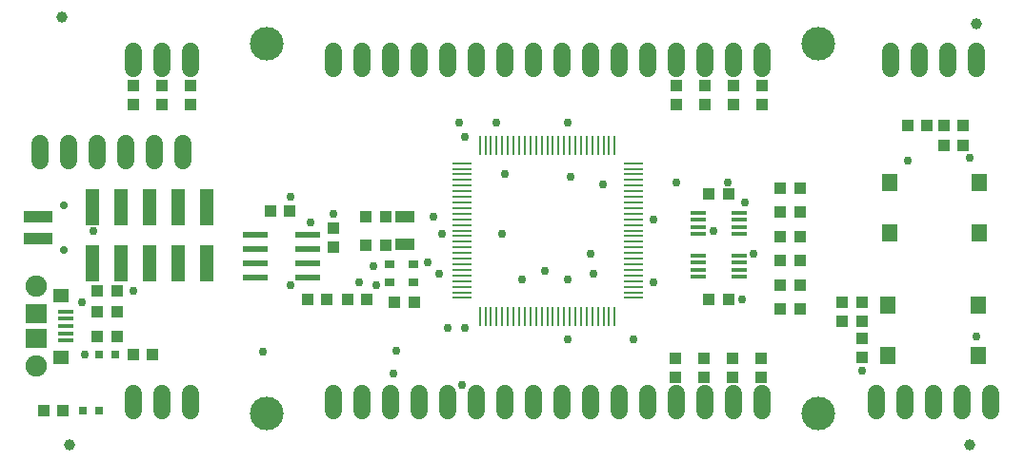
<source format=gts>
G75*
%MOIN*%
%OFA0B0*%
%FSLAX25Y25*%
%IPPOS*%
%LPD*%
%AMOC8*
5,1,8,0,0,1.08239X$1,22.5*
%
%ADD10R,0.06800X0.01100*%
%ADD11R,0.01100X0.06800*%
%ADD12R,0.08600X0.02200*%
%ADD13R,0.03937X0.04331*%
%ADD14R,0.04331X0.03937*%
%ADD15R,0.07087X0.03937*%
%ADD16R,0.03543X0.02559*%
%ADD17R,0.05512X0.06299*%
%ADD18R,0.09843X0.03937*%
%ADD19C,0.02756*%
%ADD20R,0.05000X0.12598*%
%ADD21R,0.05709X0.04528*%
%ADD22R,0.05512X0.01575*%
%ADD23R,0.07480X0.06890*%
%ADD24C,0.07480*%
%ADD25R,0.03150X0.03150*%
%ADD26C,0.11811*%
%ADD27C,0.06000*%
%ADD28R,0.05200X0.01400*%
%ADD29C,0.03937*%
%ADD30C,0.02953*%
D10*
X0211600Y0092978D03*
X0211600Y0094946D03*
X0211600Y0096915D03*
X0211600Y0098883D03*
X0211600Y0100852D03*
X0211600Y0102820D03*
X0211600Y0104789D03*
X0211600Y0106757D03*
X0211600Y0108726D03*
X0211600Y0110694D03*
X0211600Y0112663D03*
X0211600Y0114631D03*
X0211600Y0116600D03*
X0211600Y0118569D03*
X0211600Y0120537D03*
X0211600Y0122506D03*
X0211600Y0124474D03*
X0211600Y0126443D03*
X0211600Y0128411D03*
X0211600Y0130380D03*
X0211600Y0132348D03*
X0211600Y0134317D03*
X0211600Y0136285D03*
X0211600Y0138254D03*
X0211600Y0140222D03*
X0271600Y0140222D03*
X0271600Y0138254D03*
X0271600Y0136285D03*
X0271600Y0134317D03*
X0271600Y0132348D03*
X0271600Y0130380D03*
X0271600Y0128411D03*
X0271600Y0126443D03*
X0271600Y0124474D03*
X0271600Y0122506D03*
X0271600Y0120537D03*
X0271600Y0118569D03*
X0271600Y0116600D03*
X0271600Y0114631D03*
X0271600Y0112663D03*
X0271600Y0110694D03*
X0271600Y0108726D03*
X0271600Y0106757D03*
X0271600Y0104789D03*
X0271600Y0102820D03*
X0271600Y0100852D03*
X0271600Y0098883D03*
X0271600Y0096915D03*
X0271600Y0094946D03*
X0271600Y0092978D03*
D11*
X0265222Y0086600D03*
X0263254Y0086600D03*
X0261285Y0086600D03*
X0259317Y0086600D03*
X0257348Y0086600D03*
X0255380Y0086600D03*
X0253411Y0086600D03*
X0251443Y0086600D03*
X0249474Y0086600D03*
X0247506Y0086600D03*
X0245537Y0086600D03*
X0243569Y0086600D03*
X0241600Y0086600D03*
X0239631Y0086600D03*
X0237663Y0086600D03*
X0235694Y0086600D03*
X0233726Y0086600D03*
X0231757Y0086600D03*
X0229789Y0086600D03*
X0227820Y0086600D03*
X0225852Y0086600D03*
X0223883Y0086600D03*
X0221915Y0086600D03*
X0219946Y0086600D03*
X0217978Y0086600D03*
X0217978Y0146600D03*
X0219946Y0146600D03*
X0221915Y0146600D03*
X0223883Y0146600D03*
X0225852Y0146600D03*
X0227820Y0146600D03*
X0229789Y0146600D03*
X0231757Y0146600D03*
X0233726Y0146600D03*
X0235694Y0146600D03*
X0237663Y0146600D03*
X0239631Y0146600D03*
X0241600Y0146600D03*
X0243569Y0146600D03*
X0245537Y0146600D03*
X0247506Y0146600D03*
X0249474Y0146600D03*
X0251443Y0146600D03*
X0253411Y0146600D03*
X0255380Y0146600D03*
X0257348Y0146600D03*
X0259317Y0146600D03*
X0261285Y0146600D03*
X0263254Y0146600D03*
X0265222Y0146600D03*
D12*
X0157900Y0115100D03*
X0157900Y0110100D03*
X0157900Y0105100D03*
X0157900Y0100100D03*
X0139300Y0100100D03*
X0139300Y0105100D03*
X0139300Y0110100D03*
X0139300Y0115100D03*
D13*
X0157754Y0092600D03*
X0164446Y0092600D03*
X0171754Y0092600D03*
X0178446Y0092600D03*
X0103446Y0073100D03*
X0096754Y0073100D03*
X0090946Y0079600D03*
X0084254Y0079600D03*
X0084254Y0088100D03*
X0090946Y0088100D03*
X0090946Y0095600D03*
X0084254Y0095600D03*
X0072261Y0053600D03*
X0065569Y0053600D03*
X0367883Y0153600D03*
X0374576Y0153600D03*
X0380383Y0153600D03*
X0387076Y0153600D03*
X0387076Y0146600D03*
X0380383Y0146600D03*
D14*
X0329946Y0131600D03*
X0323254Y0131600D03*
X0323254Y0123100D03*
X0329946Y0123100D03*
X0329946Y0114600D03*
X0323254Y0114600D03*
X0323254Y0106100D03*
X0329946Y0106100D03*
X0329946Y0097600D03*
X0323254Y0097600D03*
X0323254Y0089100D03*
X0329946Y0089100D03*
X0344600Y0091446D03*
X0351600Y0091446D03*
X0351600Y0084754D03*
X0344600Y0084754D03*
X0351600Y0078946D03*
X0351600Y0072254D03*
X0316289Y0071946D03*
X0306289Y0071946D03*
X0296289Y0071946D03*
X0286289Y0071946D03*
X0286289Y0065254D03*
X0296289Y0065254D03*
X0306289Y0065254D03*
X0316289Y0065254D03*
X0304946Y0092600D03*
X0298254Y0092600D03*
X0298254Y0129600D03*
X0304946Y0129600D03*
X0306915Y0160754D03*
X0316915Y0160754D03*
X0316915Y0167446D03*
X0306915Y0167446D03*
X0296915Y0167446D03*
X0286915Y0167446D03*
X0286915Y0160754D03*
X0296915Y0160754D03*
X0184946Y0121600D03*
X0178254Y0121600D03*
X0166600Y0117446D03*
X0166600Y0110754D03*
X0178254Y0111600D03*
X0184946Y0111600D03*
X0151446Y0123600D03*
X0144754Y0123600D03*
X0188254Y0091600D03*
X0194946Y0091600D03*
X0116915Y0160754D03*
X0106915Y0160754D03*
X0096915Y0160754D03*
X0096915Y0167446D03*
X0106915Y0167446D03*
X0116915Y0167446D03*
D15*
X0191600Y0121521D03*
X0191600Y0111679D03*
D16*
X0194734Y0104848D03*
X0194734Y0098352D03*
X0186466Y0098352D03*
X0186466Y0104848D03*
D17*
X0360852Y0090458D03*
X0392348Y0090458D03*
X0392348Y0072742D03*
X0360852Y0072742D03*
X0361352Y0115742D03*
X0392848Y0115742D03*
X0392848Y0133458D03*
X0361352Y0133458D03*
D18*
X0063553Y0121537D03*
X0063553Y0113663D03*
D19*
X0072411Y0109726D03*
X0072411Y0125474D03*
D20*
X0082415Y0124943D03*
X0092415Y0124943D03*
X0102415Y0124943D03*
X0112415Y0124943D03*
X0122415Y0124943D03*
X0122415Y0105257D03*
X0112415Y0105257D03*
X0102415Y0105257D03*
X0092415Y0105257D03*
X0082415Y0105257D03*
D21*
X0071380Y0093730D03*
X0071380Y0072076D03*
D22*
X0073033Y0077982D03*
X0073033Y0080541D03*
X0073033Y0083100D03*
X0073033Y0085659D03*
X0073033Y0088218D03*
D23*
X0062600Y0087529D03*
X0062600Y0078671D03*
D24*
X0062600Y0069025D03*
X0062600Y0097175D03*
D25*
X0084647Y0073100D03*
X0090553Y0073100D03*
X0084868Y0053600D03*
X0078962Y0053600D03*
D26*
X0143529Y0052348D03*
X0336443Y0052348D03*
X0336443Y0182269D03*
X0143529Y0182269D03*
D27*
X0166600Y0179600D02*
X0166600Y0173600D01*
X0176600Y0173600D02*
X0176600Y0179600D01*
X0186600Y0179600D02*
X0186600Y0173600D01*
X0196600Y0173600D02*
X0196600Y0179600D01*
X0206600Y0179600D02*
X0206600Y0173600D01*
X0216600Y0173600D02*
X0216600Y0179600D01*
X0226600Y0179600D02*
X0226600Y0173600D01*
X0236600Y0173600D02*
X0236600Y0179600D01*
X0246600Y0179600D02*
X0246600Y0173600D01*
X0256600Y0173600D02*
X0256600Y0179600D01*
X0266600Y0179600D02*
X0266600Y0173600D01*
X0276600Y0173600D02*
X0276600Y0179600D01*
X0286600Y0179600D02*
X0286600Y0173600D01*
X0296600Y0173600D02*
X0296600Y0179600D01*
X0306600Y0179600D02*
X0306600Y0173600D01*
X0316600Y0173600D02*
X0316600Y0179600D01*
X0361600Y0179600D02*
X0361600Y0173600D01*
X0371600Y0173600D02*
X0371600Y0179600D01*
X0381600Y0179600D02*
X0381600Y0173600D01*
X0391600Y0173600D02*
X0391600Y0179600D01*
X0386915Y0059600D02*
X0386915Y0053600D01*
X0396915Y0053600D02*
X0396915Y0059600D01*
X0376915Y0059600D02*
X0376915Y0053600D01*
X0366600Y0053600D02*
X0366600Y0059600D01*
X0356600Y0059600D02*
X0356600Y0053600D01*
X0316600Y0053600D02*
X0316600Y0059600D01*
X0306600Y0059600D02*
X0306600Y0053600D01*
X0296600Y0053600D02*
X0296600Y0059600D01*
X0286600Y0059600D02*
X0286600Y0053600D01*
X0276600Y0053600D02*
X0276600Y0059600D01*
X0266600Y0059600D02*
X0266600Y0053600D01*
X0256600Y0053600D02*
X0256600Y0059600D01*
X0246600Y0059600D02*
X0246600Y0053600D01*
X0236600Y0053600D02*
X0236600Y0059600D01*
X0226600Y0059600D02*
X0226600Y0053600D01*
X0216600Y0053600D02*
X0216600Y0059600D01*
X0206600Y0059600D02*
X0206600Y0053600D01*
X0196600Y0053600D02*
X0196600Y0059600D01*
X0186600Y0059600D02*
X0186600Y0053600D01*
X0176600Y0053600D02*
X0176600Y0059600D01*
X0166600Y0059600D02*
X0166600Y0053600D01*
X0116600Y0053600D02*
X0116600Y0059600D01*
X0106600Y0059600D02*
X0106600Y0053600D01*
X0096600Y0053600D02*
X0096600Y0059600D01*
X0094230Y0141100D02*
X0094230Y0147100D01*
X0104230Y0147100D02*
X0104230Y0141100D01*
X0114230Y0141100D02*
X0114230Y0147100D01*
X0084230Y0147100D02*
X0084230Y0141100D01*
X0074230Y0141100D02*
X0074230Y0147100D01*
X0064230Y0147100D02*
X0064230Y0141100D01*
X0096600Y0173600D02*
X0096600Y0179600D01*
X0106600Y0179600D02*
X0106600Y0173600D01*
X0116600Y0173600D02*
X0116600Y0179600D01*
D28*
X0294400Y0122900D03*
X0294400Y0120400D03*
X0294400Y0117800D03*
X0294400Y0115300D03*
X0294400Y0107900D03*
X0294400Y0105400D03*
X0294400Y0102800D03*
X0294400Y0100300D03*
X0308800Y0100300D03*
X0308800Y0102800D03*
X0308800Y0105400D03*
X0308800Y0107900D03*
X0308800Y0115300D03*
X0308800Y0117800D03*
X0308800Y0120400D03*
X0308800Y0122900D03*
D29*
X0074415Y0041600D03*
X0389415Y0041600D03*
X0391915Y0189100D03*
X0071915Y0191600D03*
D30*
X0151600Y0128600D03*
X0166600Y0122600D03*
X0158600Y0119600D03*
X0180600Y0104100D03*
X0175600Y0098600D03*
X0181600Y0097600D03*
X0199600Y0105600D03*
X0203600Y0101600D03*
X0204600Y0115600D03*
X0201915Y0121600D03*
X0225915Y0115600D03*
X0240915Y0102600D03*
X0232915Y0099600D03*
X0248915Y0099600D03*
X0257915Y0101600D03*
X0256915Y0108600D03*
X0278600Y0098600D03*
X0309600Y0092600D03*
X0313600Y0108600D03*
X0299600Y0116600D03*
X0310600Y0126600D03*
X0304600Y0133600D03*
X0286600Y0133600D03*
X0278915Y0120600D03*
X0261128Y0132734D03*
X0249915Y0135600D03*
X0226915Y0136600D03*
X0212915Y0149600D03*
X0210915Y0154600D03*
X0223600Y0154600D03*
X0248600Y0154600D03*
X0367730Y0141100D03*
X0389415Y0142100D03*
X0391915Y0079600D03*
X0351600Y0067600D03*
X0271915Y0078600D03*
X0248600Y0078600D03*
X0212600Y0082600D03*
X0206915Y0082600D03*
X0188600Y0074600D03*
X0187600Y0066600D03*
X0211600Y0062600D03*
X0142100Y0074100D03*
X0096600Y0095600D03*
X0078600Y0091600D03*
X0079600Y0073100D03*
X0151600Y0097600D03*
X0082600Y0116600D03*
M02*

</source>
